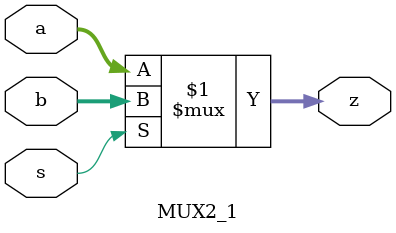
<source format=v>
`timescale 1ns / 1ps


module MUX2_1(
    input [31:0] a,
    input [31:0] b,
    input s,
    output [31:0] z
    );
    assign z=s?b:a;
endmodule

</source>
